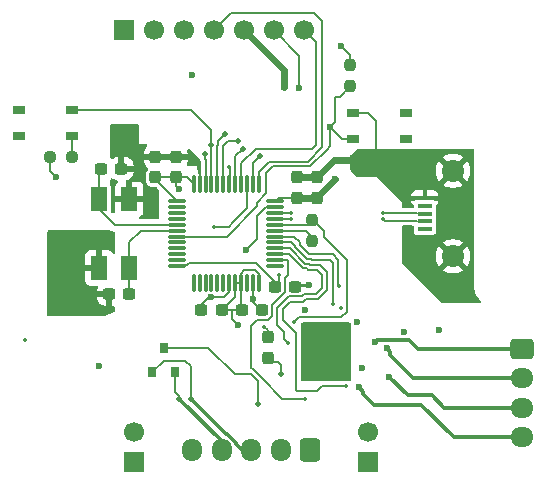
<source format=gbr>
%TF.GenerationSoftware,KiCad,Pcbnew,9.0.2*%
%TF.CreationDate,2025-07-23T20:38:51-05:00*%
%TF.ProjectId,Smart Motor,536d6172-7420-44d6-9f74-6f722e6b6963,rev?*%
%TF.SameCoordinates,Original*%
%TF.FileFunction,Copper,L1,Top*%
%TF.FilePolarity,Positive*%
%FSLAX46Y46*%
G04 Gerber Fmt 4.6, Leading zero omitted, Abs format (unit mm)*
G04 Created by KiCad (PCBNEW 9.0.2) date 2025-07-23 20:38:51*
%MOMM*%
%LPD*%
G01*
G04 APERTURE LIST*
G04 Aperture macros list*
%AMRoundRect*
0 Rectangle with rounded corners*
0 $1 Rounding radius*
0 $2 $3 $4 $5 $6 $7 $8 $9 X,Y pos of 4 corners*
0 Add a 4 corners polygon primitive as box body*
4,1,4,$2,$3,$4,$5,$6,$7,$8,$9,$2,$3,0*
0 Add four circle primitives for the rounded corners*
1,1,$1+$1,$2,$3*
1,1,$1+$1,$4,$5*
1,1,$1+$1,$6,$7*
1,1,$1+$1,$8,$9*
0 Add four rect primitives between the rounded corners*
20,1,$1+$1,$2,$3,$4,$5,0*
20,1,$1+$1,$4,$5,$6,$7,0*
20,1,$1+$1,$6,$7,$8,$9,0*
20,1,$1+$1,$8,$9,$2,$3,0*%
G04 Aperture macros list end*
%TA.AperFunction,SMDPad,CuDef*%
%ADD10R,1.300000X0.400000*%
%TD*%
%TA.AperFunction,ComponentPad*%
%ADD11C,1.875000*%
%TD*%
%TA.AperFunction,SMDPad,CuDef*%
%ADD12RoundRect,0.237500X-0.300000X-0.237500X0.300000X-0.237500X0.300000X0.237500X-0.300000X0.237500X0*%
%TD*%
%TA.AperFunction,SMDPad,CuDef*%
%ADD13RoundRect,0.237500X0.300000X0.237500X-0.300000X0.237500X-0.300000X-0.237500X0.300000X-0.237500X0*%
%TD*%
%TA.AperFunction,SMDPad,CuDef*%
%ADD14R,1.000000X0.750000*%
%TD*%
%TA.AperFunction,SMDPad,CuDef*%
%ADD15RoundRect,0.237500X0.250000X0.237500X-0.250000X0.237500X-0.250000X-0.237500X0.250000X-0.237500X0*%
%TD*%
%TA.AperFunction,ComponentPad*%
%ADD16R,1.700000X1.700000*%
%TD*%
%TA.AperFunction,ComponentPad*%
%ADD17C,1.700000*%
%TD*%
%TA.AperFunction,SMDPad,CuDef*%
%ADD18RoundRect,0.237500X0.237500X-0.300000X0.237500X0.300000X-0.237500X0.300000X-0.237500X-0.300000X0*%
%TD*%
%TA.AperFunction,SMDPad,CuDef*%
%ADD19RoundRect,0.075000X-0.662500X-0.075000X0.662500X-0.075000X0.662500X0.075000X-0.662500X0.075000X0*%
%TD*%
%TA.AperFunction,SMDPad,CuDef*%
%ADD20RoundRect,0.075000X-0.075000X-0.662500X0.075000X-0.662500X0.075000X0.662500X-0.075000X0.662500X0*%
%TD*%
%TA.AperFunction,SMDPad,CuDef*%
%ADD21RoundRect,0.237500X-0.237500X0.250000X-0.237500X-0.250000X0.237500X-0.250000X0.237500X0.250000X0*%
%TD*%
%TA.AperFunction,ComponentPad*%
%ADD22RoundRect,0.250000X0.600000X0.725000X-0.600000X0.725000X-0.600000X-0.725000X0.600000X-0.725000X0*%
%TD*%
%TA.AperFunction,ComponentPad*%
%ADD23O,1.700000X1.950000*%
%TD*%
%TA.AperFunction,SMDPad,CuDef*%
%ADD24R,1.400000X2.000000*%
%TD*%
%TA.AperFunction,ComponentPad*%
%ADD25RoundRect,0.250000X-0.725000X0.600000X-0.725000X-0.600000X0.725000X-0.600000X0.725000X0.600000X0*%
%TD*%
%TA.AperFunction,ComponentPad*%
%ADD26O,1.950000X1.700000*%
%TD*%
%TA.AperFunction,SMDPad,CuDef*%
%ADD27R,0.800000X0.900000*%
%TD*%
%TA.AperFunction,SMDPad,CuDef*%
%ADD28RoundRect,0.237500X0.237500X-0.250000X0.237500X0.250000X-0.237500X0.250000X-0.237500X-0.250000X0*%
%TD*%
%TA.AperFunction,HeatsinkPad*%
%ADD29C,0.500000*%
%TD*%
%TA.AperFunction,ComponentPad*%
%ADD30C,0.500000*%
%TD*%
%TA.AperFunction,ViaPad*%
%ADD31C,0.600000*%
%TD*%
%TA.AperFunction,ViaPad*%
%ADD32C,0.350000*%
%TD*%
%TA.AperFunction,ViaPad*%
%ADD33C,0.500000*%
%TD*%
%TA.AperFunction,Conductor*%
%ADD34C,0.200000*%
%TD*%
%TA.AperFunction,Conductor*%
%ADD35C,0.250000*%
%TD*%
%TA.AperFunction,Conductor*%
%ADD36C,0.600000*%
%TD*%
%TA.AperFunction,Conductor*%
%ADD37C,0.300000*%
%TD*%
G04 APERTURE END LIST*
D10*
%TO.P,J4,1,1*%
%TO.N,unconnected-(J4-Pad1)*%
X157320000Y-124600000D03*
%TO.P,J4,2,2*%
%TO.N,USB_D-*%
X157320000Y-123950000D03*
%TO.P,J4,3,3*%
%TO.N,USB_D+*%
X157320000Y-123300000D03*
%TO.P,J4,4,4*%
%TO.N,unconnected-(J4-Pad4)*%
X157320000Y-122650000D03*
%TO.P,J4,5,5*%
%TO.N,GND*%
X157320000Y-122000000D03*
D11*
%TO.P,J4,MH1,MH1*%
X159700000Y-126910000D03*
%TO.P,J4,MH2,MH2*%
X159700000Y-119690000D03*
%TD*%
D12*
%TO.P,C25,1*%
%TO.N,OSC_IN*%
X129887500Y-119500000D03*
%TO.P,C25,2*%
%TO.N,GND*%
X131612500Y-119500000D03*
%TD*%
%TO.P,C20,1*%
%TO.N,+3.3V*%
X141800000Y-131500000D03*
%TO.P,C20,2*%
%TO.N,GND*%
X143525000Y-131500000D03*
%TD*%
D13*
%TO.P,C26,1*%
%TO.N,OSC_OUT*%
X132300000Y-130150000D03*
%TO.P,C26,2*%
%TO.N,GND*%
X130575000Y-130150000D03*
%TD*%
%TO.P,C22,1*%
%TO.N,+3.3V*%
X140112500Y-131500000D03*
%TO.P,C22,2*%
%TO.N,GND*%
X138387500Y-131500000D03*
%TD*%
D14*
%TO.P,S2,1*%
%TO.N,NRST*%
X151202500Y-116975000D03*
%TO.P,S2,2*%
%TO.N,unconnected-(S2-Pad2)*%
X155702500Y-116975000D03*
%TO.P,S2,3*%
%TO.N,GND*%
X151202500Y-114825000D03*
%TO.P,S2,4*%
%TO.N,unconnected-(S2-Pad4)*%
X155702500Y-114825000D03*
%TD*%
D15*
%TO.P,R12,1*%
%TO.N,Net-(R12-Pad1)*%
X127400000Y-118500000D03*
%TO.P,R12,2*%
%TO.N,GND*%
X125575000Y-118500000D03*
%TD*%
D16*
%TO.P,J2,1,Pin_1*%
%TO.N,CAN_H*%
X132700000Y-144375000D03*
D17*
%TO.P,J2,2,Pin_2*%
%TO.N,Net-(J2-Pin_2)*%
X132700000Y-141835000D03*
%TD*%
D14*
%TO.P,S1,1*%
%TO.N,MCU_CANRX*%
X127447500Y-114575000D03*
%TO.P,S1,2*%
%TO.N,unconnected-(S1-Pad2)*%
X122947500Y-114575000D03*
%TO.P,S1,3*%
%TO.N,Net-(R12-Pad1)*%
X127447500Y-116725000D03*
%TO.P,S1,4*%
%TO.N,unconnected-(S1-Pad4)*%
X122947500Y-116725000D03*
%TD*%
D18*
%TO.P,C19,1*%
%TO.N,+3.3V*%
X146450000Y-121962500D03*
%TO.P,C19,2*%
%TO.N,GND*%
X146450000Y-120237500D03*
%TD*%
D19*
%TO.P,U5,1,VBAT*%
%TO.N,+3.3V*%
X136337500Y-122250000D03*
%TO.P,U5,2,PC13*%
%TO.N,unconnected-(U5-PC13-Pad2)*%
X136337500Y-122750000D03*
%TO.P,U5,3,PC14*%
%TO.N,unconnected-(U5-PC14-Pad3)*%
X136337500Y-123250000D03*
%TO.P,U5,4,PC15*%
%TO.N,unconnected-(U5-PC15-Pad4)*%
X136337500Y-123750000D03*
%TO.P,U5,5,PF0*%
%TO.N,OSC_IN*%
X136337500Y-124250000D03*
%TO.P,U5,6,PF1*%
%TO.N,OSC_OUT*%
X136337500Y-124750000D03*
%TO.P,U5,7,PG10*%
%TO.N,NRST*%
X136337500Y-125250000D03*
%TO.P,U5,8,PA0*%
%TO.N,unconnected-(U5-PA0-Pad8)*%
X136337500Y-125750000D03*
%TO.P,U5,9,PA1*%
%TO.N,unconnected-(U5-PA1-Pad9)*%
X136337500Y-126250000D03*
%TO.P,U5,10,PA2*%
%TO.N,unconnected-(U5-PA2-Pad10)*%
X136337500Y-126750000D03*
%TO.P,U5,11,PA3*%
%TO.N,unconnected-(U5-PA3-Pad11)*%
X136337500Y-127250000D03*
%TO.P,U5,12,PA4*%
%TO.N,DAC*%
X136337500Y-127750000D03*
D20*
%TO.P,U5,13,PA5*%
%TO.N,unconnected-(U5-PA5-Pad13)*%
X137750000Y-129162500D03*
%TO.P,U5,14,PA6*%
%TO.N,unconnected-(U5-PA6-Pad14)*%
X138250000Y-129162500D03*
%TO.P,U5,15,PA7*%
%TO.N,unconnected-(U5-PA7-Pad15)*%
X138750000Y-129162500D03*
%TO.P,U5,16,PB0*%
%TO.N,unconnected-(U5-PB0-Pad16)*%
X139250000Y-129162500D03*
%TO.P,U5,17,PB1*%
%TO.N,unconnected-(U5-PB1-Pad17)*%
X139750000Y-129162500D03*
%TO.P,U5,18,PB2*%
%TO.N,unconnected-(U5-PB2-Pad18)*%
X140250000Y-129162500D03*
%TO.P,U5,19,VSSA*%
%TO.N,GND*%
X140750000Y-129162500D03*
%TO.P,U5,20,VREF+*%
%TO.N,+3.3V*%
X141250000Y-129162500D03*
%TO.P,U5,21,VDDA*%
X141750000Y-129162500D03*
%TO.P,U5,22,PB10*%
%TO.N,unconnected-(U5-PB10-Pad22)*%
X142250000Y-129162500D03*
%TO.P,U5,23,VSS*%
%TO.N,GND*%
X142750000Y-129162500D03*
%TO.P,U5,24,VDD*%
%TO.N,+3.3V*%
X143250000Y-129162500D03*
D19*
%TO.P,U5,25,PB11*%
%TO.N,unconnected-(U5-PB11-Pad25)*%
X144662500Y-127750000D03*
%TO.P,U5,26,PB12*%
%TO.N,SPREAD*%
X144662500Y-127250000D03*
%TO.P,U5,27,PB13*%
%TO.N,DIAG*%
X144662500Y-126750000D03*
%TO.P,U5,28,PB14*%
%TO.N,ENABLE*%
X144662500Y-126250000D03*
%TO.P,U5,29,PB15*%
%TO.N,DIR*%
X144662500Y-125750000D03*
%TO.P,U5,30,PA8*%
%TO.N,STEP*%
X144662500Y-125250000D03*
%TO.P,U5,31,PA9*%
%TO.N,TX*%
X144662500Y-124750000D03*
%TO.P,U5,32,PA10*%
%TO.N,RX*%
X144662500Y-124250000D03*
%TO.P,U5,33,PA11*%
%TO.N,USB_D-*%
X144662500Y-123750000D03*
%TO.P,U5,34,PA12*%
%TO.N,USB_D+*%
X144662500Y-123250000D03*
%TO.P,U5,35,VSS*%
%TO.N,GND*%
X144662500Y-122750000D03*
%TO.P,U5,36,VDD*%
%TO.N,+3.3V*%
X144662500Y-122250000D03*
D20*
%TO.P,U5,37,PA13*%
%TO.N,SWDIO*%
X143250000Y-120837500D03*
%TO.P,U5,38,PA14*%
%TO.N,SWCLK*%
X142750000Y-120837500D03*
%TO.P,U5,39,PA15*%
%TO.N,AS_SCL*%
X142250000Y-120837500D03*
%TO.P,U5,40,PB3*%
%TO.N,SWO*%
X141750000Y-120837500D03*
%TO.P,U5,41,PB4*%
%TO.N,AS_PGO*%
X141250000Y-120837500D03*
%TO.P,U5,42,PB5*%
%TO.N,AS_DIR*%
X140750000Y-120837500D03*
%TO.P,U5,43,PB6*%
%TO.N,AS_OUT*%
X140250000Y-120837500D03*
%TO.P,U5,44,PB7*%
%TO.N,AS_SDA*%
X139750000Y-120837500D03*
%TO.P,U5,45,PB8*%
%TO.N,MCU_CANRX*%
X139250000Y-120837500D03*
%TO.P,U5,46,PB9*%
%TO.N,MCU_CANTX*%
X138750000Y-120837500D03*
%TO.P,U5,47,VSS*%
%TO.N,GND*%
X138250000Y-120837500D03*
%TO.P,U5,48,VDD*%
%TO.N,+3.3V*%
X137750000Y-120837500D03*
%TD*%
D13*
%TO.P,C10,1*%
%TO.N,GND*%
X146362500Y-129500000D03*
%TO.P,C10,2*%
%TO.N,DAC*%
X144637500Y-129500000D03*
%TD*%
D21*
%TO.P,R11,1*%
%TO.N,+3.3V*%
X151000000Y-110700000D03*
%TO.P,R11,2*%
%TO.N,NRST*%
X151000000Y-112525000D03*
%TD*%
D18*
%TO.P,C23,1*%
%TO.N,+3.3V*%
X134500000Y-120225000D03*
%TO.P,C23,2*%
%TO.N,GND*%
X134500000Y-118500000D03*
%TD*%
%TO.P,C21,1*%
%TO.N,+3.3V*%
X148200000Y-121962500D03*
%TO.P,C21,2*%
%TO.N,GND*%
X148200000Y-120237500D03*
%TD*%
%TO.P,C9,1*%
%TO.N,Net-(U2-5VOUT)*%
X144000000Y-135512500D03*
%TO.P,C9,2*%
%TO.N,GND*%
X144000000Y-133787500D03*
%TD*%
D22*
%TO.P,J5,1,Pin_1*%
%TO.N,+3.3V*%
X147600000Y-143325000D03*
D23*
%TO.P,J5,2,Pin_2*%
%TO.N,+24V*%
X145100000Y-143325000D03*
%TO.P,J5,3,Pin_3*%
%TO.N,CAN_L*%
X142600000Y-143325000D03*
%TO.P,J5,4,Pin_4*%
%TO.N,CAN_H*%
X140100000Y-143325000D03*
%TO.P,J5,5,Pin_5*%
%TO.N,GND*%
X137600000Y-143325000D03*
%TD*%
D16*
%TO.P,J6,1,Pin_1*%
%TO.N,+3.3V*%
X131840000Y-107800000D03*
D17*
%TO.P,J6,2,Pin_2*%
%TO.N,SWCLK*%
X134380000Y-107800000D03*
%TO.P,J6,3,Pin_3*%
%TO.N,GND*%
X136920000Y-107800000D03*
%TO.P,J6,4,Pin_4*%
%TO.N,SWDIO*%
X139460000Y-107800000D03*
%TO.P,J6,5,Pin_5*%
%TO.N,GND*%
X142000000Y-107800000D03*
%TO.P,J6,6,Pin_6*%
%TO.N,NRST*%
X144540000Y-107800000D03*
%TO.P,J6,7,Pin_7*%
%TO.N,SWO*%
X147080000Y-107800000D03*
%TD*%
D24*
%TO.P,Y1,1*%
%TO.N,OSC_IN*%
X129730000Y-122100000D03*
%TO.P,Y1,2,GND*%
%TO.N,GND*%
X129730000Y-127900000D03*
%TO.P,Y1,3*%
%TO.N,OSC_OUT*%
X132270000Y-127900000D03*
%TO.P,Y1,4,GND__1*%
%TO.N,GND*%
X132270000Y-122100000D03*
%TD*%
D18*
%TO.P,C24,1*%
%TO.N,+3.3V*%
X136250000Y-120225000D03*
%TO.P,C24,2*%
%TO.N,GND*%
X136250000Y-118500000D03*
%TD*%
D25*
%TO.P,J1,1,Pin_1*%
%TO.N,/OA1*%
X165525000Y-134750000D03*
D26*
%TO.P,J1,2,Pin_2*%
%TO.N,/OA2*%
X165525000Y-137250000D03*
%TO.P,J1,3,Pin_3*%
%TO.N,/OB1*%
X165525000Y-139750000D03*
%TO.P,J1,4,Pin_4*%
%TO.N,/OB2*%
X165525000Y-142250000D03*
%TD*%
D16*
%TO.P,J3,1,Pin_1*%
%TO.N,CAN_L*%
X152500000Y-144375000D03*
D17*
%TO.P,J3,2,Pin_2*%
%TO.N,Net-(J3-Pin_2)*%
X152500000Y-141835000D03*
%TD*%
D27*
%TO.P,D1,1,1*%
%TO.N,CAN_L*%
X134250000Y-136750000D03*
%TO.P,D1,2,2*%
%TO.N,CAN_H*%
X136150000Y-136750000D03*
%TO.P,D1,3,3*%
%TO.N,Net-(C14-Pad2)*%
X135200000Y-134650000D03*
%TD*%
D28*
%TO.P,R1,1*%
%TO.N,TX*%
X147750000Y-125662500D03*
%TO.P,R1,2*%
%TO.N,RX*%
X147750000Y-123837500D03*
%TD*%
D29*
%TO.P,U2,29,GND*%
%TO.N,GND*%
X147600000Y-136000000D03*
D30*
X148600000Y-136000000D03*
D29*
X149600000Y-136000000D03*
X150600000Y-136000000D03*
X147600000Y-135000000D03*
X148600000Y-135000000D03*
X149600000Y-135000000D03*
X150600000Y-135000000D03*
X147600000Y-134000000D03*
X148600000Y-134000000D03*
X149600000Y-134000000D03*
X150600000Y-134000000D03*
X147600000Y-133000000D03*
X148600000Y-133000000D03*
X149600000Y-133000000D03*
X150600000Y-133000000D03*
%TD*%
D31*
%TO.N,+3.3V*%
X150200000Y-109100000D03*
%TO.N,GND*%
X145352500Y-112625000D03*
X126100000Y-120200000D03*
D32*
%TO.N,USB_D+*%
X153750000Y-123250000D03*
%TO.N,USB_D-*%
X153750000Y-123800003D03*
D31*
%TO.N,GND*%
X142200000Y-126400000D03*
X133000000Y-118500000D03*
D33*
X151500000Y-118791871D03*
D31*
X139200000Y-130400000D03*
X130000000Y-131300000D03*
D32*
X143725000Y-132875000D03*
D31*
X147500000Y-129350000D03*
X129700000Y-136200000D03*
X155525000Y-133300000D03*
X126200000Y-128000000D03*
X142750000Y-130500000D03*
X160400000Y-129700000D03*
%TO.N,+3.3V*%
X147200000Y-131500000D03*
D32*
X150200000Y-131300000D03*
X123500000Y-134000000D03*
D31*
X149700000Y-120400000D03*
X136500000Y-121250000D03*
X141500000Y-132750000D03*
X137600000Y-111600000D03*
%TO.N,+24V*%
X158475000Y-133200000D03*
X152000000Y-136400000D03*
X151600000Y-132500000D03*
D33*
%TO.N,Net-(U2-5VOUT)*%
X145100000Y-136900000D03*
D32*
%TO.N,DAC*%
X145000000Y-128500000D03*
D33*
%TO.N,Net-(C14-Pad2)*%
X143183619Y-139408613D03*
%TO.N,CAN_H*%
X136500000Y-139000000D03*
%TO.N,CAN_L*%
X137500000Y-139000000D03*
%TO.N,SWCLK*%
X143400000Y-118400000D03*
D31*
%TO.N,NRST*%
X149300000Y-116000000D03*
X146700000Y-112700000D03*
D32*
%TO.N,USB_D-*%
X146021069Y-123775000D03*
%TO.N,USB_D+*%
X146021069Y-123225000D03*
%TO.N,RX*%
X146250000Y-132500000D03*
%TO.N,AS_SCL*%
X139500000Y-124400000D03*
D33*
%TO.N,AS_SDA*%
X140400000Y-116600000D03*
%TO.N,MCU_CANTX*%
X138700000Y-118300000D03*
%TO.N,MCU_CANRX*%
X139200000Y-117500000D03*
%TO.N,AS_OUT*%
X141500000Y-117200000D03*
D32*
%TO.N,AS_DIR*%
X140767933Y-119344292D03*
D33*
%TO.N,AS_PGO*%
X141900000Y-117800000D03*
D32*
%TO.N,DIAG*%
X145750000Y-134250000D03*
%TO.N,STEP*%
X150031801Y-129450000D03*
%TO.N,SPREAD*%
X147200000Y-139000000D03*
%TO.N,DIR*%
X149500000Y-131000000D03*
%TO.N,ENABLE*%
X150650044Y-137898957D03*
D31*
%TO.N,/OB1*%
X154300000Y-137100000D03*
%TO.N,/OB2*%
X151700000Y-138000000D03*
%TO.N,/OA1*%
X153076338Y-134216344D03*
%TO.N,/OA2*%
X154100000Y-134650000D03*
%TD*%
D34*
%TO.N,OSC_OUT*%
X132270000Y-130120000D02*
X132300000Y-130150000D01*
X132270000Y-127900000D02*
X132270000Y-130120000D01*
%TO.N,+3.3V*%
X151000000Y-109900000D02*
X150200000Y-109100000D01*
X151000000Y-110700000D02*
X151000000Y-109900000D01*
%TO.N,GND*%
X153150000Y-115450000D02*
X153150000Y-118350000D01*
X152525000Y-114825000D02*
X153150000Y-115450000D01*
X153150000Y-118350000D02*
X152708129Y-118791871D01*
X151202500Y-114825000D02*
X152525000Y-114825000D01*
X152708129Y-118791871D02*
X151500000Y-118791871D01*
%TO.N,NRST*%
X150275000Y-116975000D02*
X151202500Y-116975000D01*
X149300000Y-116000000D02*
X150275000Y-116975000D01*
X150125000Y-113400000D02*
X151000000Y-112525000D01*
X149750000Y-115550000D02*
X149750000Y-113400000D01*
X149750000Y-113400000D02*
X150125000Y-113400000D01*
X149300000Y-116000000D02*
X149750000Y-115550000D01*
X146700000Y-109960000D02*
X144540000Y-107800000D01*
X146700000Y-112700000D02*
X146700000Y-109960000D01*
X146625000Y-112625000D02*
X146700000Y-112700000D01*
%TO.N,GND*%
X125575000Y-119675000D02*
X126100000Y-120200000D01*
X125575000Y-118500000D02*
X125575000Y-119675000D01*
%TO.N,MCU_CANRX*%
X137525000Y-114575000D02*
X127447500Y-114575000D01*
X139200000Y-116250000D02*
X137525000Y-114575000D01*
X139200000Y-117500000D02*
X139200000Y-116250000D01*
%TO.N,Net-(R12-Pad1)*%
X127400000Y-116772500D02*
X127447500Y-116725000D01*
X127400000Y-118500000D02*
X127400000Y-116772500D01*
%TO.N,GND*%
X143725000Y-132875000D02*
X144000000Y-133150000D01*
X144000000Y-133150000D02*
X144000000Y-133787500D01*
%TO.N,USB_D-*%
X153823785Y-123800003D02*
X153923782Y-123900000D01*
X153750000Y-123800003D02*
X153823785Y-123800003D01*
X153923782Y-123900000D02*
X156620000Y-123900000D01*
%TO.N,USB_D+*%
X153750000Y-123250000D02*
X156620000Y-123250000D01*
D35*
%TO.N,GND*%
X146512500Y-129350000D02*
X146362500Y-129500000D01*
D34*
X138387500Y-131012500D02*
X138387500Y-131500000D01*
X143100000Y-123541176D02*
X143100000Y-125500000D01*
D35*
X147500000Y-129350000D02*
X146512500Y-129350000D01*
D34*
X142750000Y-130775000D02*
X143475000Y-131500000D01*
X138250000Y-119250000D02*
X137500000Y-118500000D01*
X144662500Y-122750000D02*
X143891176Y-122750000D01*
X139200000Y-130400000D02*
X140283824Y-130400000D01*
X143891176Y-122750000D02*
X143100000Y-123541176D01*
X142750000Y-130500000D02*
X142750000Y-129162500D01*
D36*
X145352500Y-111152500D02*
X142000000Y-107800000D01*
X146450000Y-120237500D02*
X148200000Y-120237500D01*
D34*
X140283824Y-130400000D02*
X140750000Y-129933824D01*
D36*
X145352500Y-112625000D02*
X145352500Y-111152500D01*
X148200000Y-120237500D02*
X149645629Y-118791871D01*
D34*
X138250000Y-120837500D02*
X138250000Y-119250000D01*
X140750000Y-129933824D02*
X140750000Y-129162500D01*
X139000000Y-130400000D02*
X138387500Y-131012500D01*
X142750000Y-130500000D02*
X142750000Y-130775000D01*
X143100000Y-125500000D02*
X142200000Y-126400000D01*
D36*
X149645629Y-118791871D02*
X151500000Y-118791871D01*
D34*
X144200000Y-134137500D02*
X144200000Y-133500000D01*
X137500000Y-118500000D02*
X136250000Y-118500000D01*
X139200000Y-130400000D02*
X139000000Y-130400000D01*
%TO.N,+3.3V*%
X146450000Y-121962500D02*
X144950000Y-121962500D01*
X142041176Y-128100000D02*
X141750000Y-128391176D01*
X142958824Y-128100000D02*
X142041176Y-128100000D01*
X144950000Y-121962500D02*
X144662500Y-122250000D01*
X140612500Y-131500000D02*
X141500000Y-131500000D01*
X136250000Y-120225000D02*
X136250000Y-121000000D01*
D36*
X148200000Y-121900000D02*
X149700000Y-120400000D01*
X146450000Y-121962500D02*
X148200000Y-121962500D01*
D34*
X140112500Y-131500000D02*
X140250000Y-131500000D01*
X136250000Y-120225000D02*
X137137500Y-120225000D01*
X143250000Y-129162500D02*
X143250000Y-128391176D01*
X134500000Y-120225000D02*
X134500000Y-120412500D01*
X141000000Y-131500000D02*
X141000000Y-132250000D01*
X134500000Y-120412500D02*
X136337500Y-122250000D01*
X141750000Y-129162500D02*
X141250000Y-129162500D01*
X134500000Y-120225000D02*
X136250000Y-120225000D01*
X143250000Y-128391176D02*
X142958824Y-128100000D01*
X141750000Y-131500000D02*
X141750000Y-129162500D01*
X137137500Y-120225000D02*
X137750000Y-120837500D01*
X141250000Y-130362500D02*
X141250000Y-129162500D01*
X136250000Y-121000000D02*
X136500000Y-121250000D01*
X141750000Y-128391176D02*
X141750000Y-129162500D01*
D36*
X148200000Y-121962500D02*
X148200000Y-121900000D01*
D34*
X141000000Y-132250000D02*
X141500000Y-132750000D01*
X140112500Y-131500000D02*
X141250000Y-130362500D01*
%TO.N,Net-(U2-5VOUT)*%
X145100000Y-136900000D02*
X145100000Y-136100000D01*
D37*
X145150000Y-136900000D02*
X145100000Y-136900000D01*
D34*
X144862500Y-135862500D02*
X144200000Y-135862500D01*
X145100000Y-136100000D02*
X144862500Y-135862500D01*
%TO.N,DAC*%
X137157824Y-127701000D02*
X136386500Y-127701000D01*
X144637500Y-129137500D02*
X143000000Y-127500000D01*
X145000000Y-129137500D02*
X144637500Y-129500000D01*
X145000000Y-128500000D02*
X145000000Y-129137500D01*
X137358824Y-127500000D02*
X137157824Y-127701000D01*
X144637500Y-129500000D02*
X144637500Y-129137500D01*
X136386500Y-127701000D02*
X136337500Y-127750000D01*
X143000000Y-127500000D02*
X137358824Y-127500000D01*
%TO.N,Net-(C14-Pad2)*%
X143183619Y-137483619D02*
X142600000Y-136900000D01*
X138950000Y-134650000D02*
X135200000Y-134650000D01*
X142600000Y-136900000D02*
X141200000Y-136900000D01*
X143183619Y-139408613D02*
X143183619Y-137483619D01*
X141200000Y-136900000D02*
X138950000Y-134650000D01*
D37*
%TO.N,CAN_H*%
X140100000Y-142600000D02*
X136500000Y-139000000D01*
X140100000Y-143325000D02*
X140100000Y-142600000D01*
D34*
X136500000Y-139000000D02*
X136500000Y-138750000D01*
X136500000Y-138750000D02*
X136150000Y-138400000D01*
X136150000Y-138400000D02*
X136150000Y-136750000D01*
%TO.N,CAN_L*%
X137500000Y-139000000D02*
X137500000Y-136250000D01*
D37*
X140499000Y-141999000D02*
X137500000Y-139000000D01*
D34*
X137500000Y-136250000D02*
X137000000Y-135750000D01*
D37*
X140597470Y-141999000D02*
X140499000Y-141999000D01*
X141825000Y-143325000D02*
X141301000Y-142801000D01*
X142600000Y-143325000D02*
X141825000Y-143325000D01*
D34*
X135250000Y-135750000D02*
X134250000Y-136750000D01*
D37*
X141301000Y-142702530D02*
X140597470Y-141999000D01*
X141301000Y-142801000D02*
X141301000Y-142702530D01*
D34*
X137000000Y-135750000D02*
X135250000Y-135750000D01*
%TO.N,OSC_IN*%
X129730000Y-122100000D02*
X129730000Y-119657500D01*
X129730000Y-122930000D02*
X131050000Y-124250000D01*
X131050000Y-124250000D02*
X136337500Y-124250000D01*
X129730000Y-122100000D02*
X129730000Y-122930000D01*
X129730000Y-119657500D02*
X129887500Y-119500000D01*
%TO.N,OSC_OUT*%
X132270000Y-125730000D02*
X133250000Y-124750000D01*
X133250000Y-124750000D02*
X136337500Y-124750000D01*
X132270000Y-127900000D02*
X132270000Y-125730000D01*
%TO.N,SWCLK*%
X142750000Y-119050000D02*
X143400000Y-118400000D01*
X142750000Y-120837500D02*
X142750000Y-119050000D01*
%TO.N,SWDIO*%
X147900000Y-106300000D02*
X140900000Y-106300000D01*
X143250000Y-119750000D02*
X144100000Y-118900000D01*
X143250000Y-120837500D02*
X143250000Y-119750000D01*
X140900000Y-106300000D02*
X140900000Y-106360000D01*
X140900000Y-106360000D02*
X139460000Y-107800000D01*
X148600000Y-117700000D02*
X148600000Y-107000000D01*
X144100000Y-118900000D02*
X147400000Y-118900000D01*
X147400000Y-118900000D02*
X148600000Y-117700000D01*
X148600000Y-107000000D02*
X147900000Y-106300000D01*
%TO.N,SWO*%
X141750000Y-120837500D02*
X141750000Y-119050000D01*
X148100000Y-117500000D02*
X148100000Y-108820000D01*
X147800000Y-117800000D02*
X148100000Y-117500000D01*
X141750000Y-119050000D02*
X143000000Y-117800000D01*
X143000000Y-117800000D02*
X147800000Y-117800000D01*
X148100000Y-108820000D02*
X147080000Y-107800000D01*
%TO.N,NRST*%
X145000000Y-119300000D02*
X147600000Y-119300000D01*
X144500000Y-119300000D02*
X145000000Y-119300000D01*
X143900000Y-119900000D02*
X144500000Y-119300000D01*
X143100000Y-122700000D02*
X143100000Y-122400000D01*
X136337500Y-125250000D02*
X140550000Y-125250000D01*
X143100000Y-122400000D02*
X143900000Y-121600000D01*
X147600000Y-119300000D02*
X149000000Y-117900000D01*
X140550000Y-125250000D02*
X143100000Y-122700000D01*
X143900000Y-121600000D02*
X143900000Y-119900000D01*
X149300000Y-117600000D02*
X149300000Y-116000000D01*
X149000000Y-117900000D02*
X149300000Y-117600000D01*
%TO.N,USB_D-*%
X144687499Y-123725001D02*
X145971070Y-123725001D01*
X146021069Y-123775000D02*
X146071069Y-123725000D01*
X145971070Y-123725001D02*
X146021069Y-123775000D01*
X144662500Y-123750000D02*
X144687499Y-123725001D01*
%TO.N,USB_D+*%
X144662500Y-123250000D02*
X144687499Y-123274999D01*
X146021069Y-123225000D02*
X146071069Y-123275000D01*
X145971070Y-123274999D02*
X146021069Y-123225000D01*
X144687499Y-123274999D02*
X145971070Y-123274999D01*
%TO.N,TX*%
X147250000Y-124750000D02*
X147750000Y-125250000D01*
X144662500Y-124750000D02*
X147250000Y-124750000D01*
X147750000Y-125250000D02*
X147750000Y-125662500D01*
%TO.N,RX*%
X146650000Y-132100000D02*
X150257143Y-132100000D01*
X150700000Y-131657143D02*
X150700000Y-127200000D01*
X148750000Y-124750000D02*
X147837500Y-123837500D01*
X147837500Y-123837500D02*
X147750000Y-123837500D01*
X146250000Y-132500000D02*
X146650000Y-132100000D01*
X150257143Y-132100000D02*
X150700000Y-131657143D01*
X150700000Y-127200000D02*
X148750000Y-125250000D01*
X144662500Y-124250000D02*
X147337500Y-124250000D01*
X147337500Y-124250000D02*
X147750000Y-123837500D01*
X148750000Y-125250000D02*
X148750000Y-124750000D01*
%TO.N,AS_SCL*%
X142250000Y-122850000D02*
X141100000Y-124000000D01*
X142250000Y-120837500D02*
X142250000Y-122850000D01*
X140700000Y-124400000D02*
X139500000Y-124400000D01*
X141100000Y-124000000D02*
X140700000Y-124400000D01*
%TO.N,AS_SDA*%
X139750000Y-117550000D02*
X139750000Y-120837500D01*
X139800000Y-117200000D02*
X139800000Y-117500000D01*
X139800000Y-117500000D02*
X139750000Y-117550000D01*
X140400000Y-116600000D02*
X139800000Y-117200000D01*
%TO.N,MCU_CANTX*%
X138700000Y-118300000D02*
X138700000Y-118700000D01*
X138750000Y-118750000D02*
X138750000Y-120837500D01*
X138700000Y-118700000D02*
X138750000Y-118750000D01*
%TO.N,MCU_CANRX*%
X139200000Y-117500000D02*
X139250000Y-117550000D01*
X139250000Y-117550000D02*
X139250000Y-120837500D01*
%TO.N,AS_OUT*%
X141500000Y-117200000D02*
X140650000Y-117200000D01*
X140250000Y-117600000D02*
X140250000Y-120837500D01*
X140650000Y-117200000D02*
X140250000Y-117600000D01*
%TO.N,AS_DIR*%
X140767933Y-119344292D02*
X140800000Y-119376359D01*
X140800000Y-119376359D02*
X140800000Y-120787500D01*
X140800000Y-120787500D02*
X140750000Y-120837500D01*
%TO.N,AS_PGO*%
X141250000Y-118450000D02*
X141250000Y-120837500D01*
X141900000Y-117800000D02*
X141250000Y-118450000D01*
%TO.N,DIAG*%
X145398000Y-133898000D02*
X145398000Y-133330900D01*
X146892134Y-130276000D02*
X147069134Y-130099000D01*
X148599000Y-128500000D02*
X148151000Y-128052000D01*
X147318800Y-127953000D02*
X147001700Y-127953000D01*
X144801000Y-131299000D02*
X145828433Y-130271567D01*
X145832866Y-130276000D02*
X146892134Y-130276000D01*
X148599000Y-129583900D02*
X148599000Y-128500000D01*
X145798700Y-126750000D02*
X144662500Y-126750000D01*
X144801000Y-132733900D02*
X144801000Y-131299000D01*
X145828433Y-130271567D02*
X145832866Y-130276000D01*
X147417800Y-128052000D02*
X147318800Y-127953000D01*
X148151000Y-128052000D02*
X147417800Y-128052000D01*
X148083900Y-130099000D02*
X148599000Y-129583900D01*
X145750000Y-134250000D02*
X145398000Y-133898000D01*
X147069134Y-130099000D02*
X148083900Y-130099000D01*
X145398000Y-133330900D02*
X144801000Y-132733900D01*
X147001700Y-127953000D02*
X145798700Y-126750000D01*
%TO.N,STEP*%
X146750000Y-125750000D02*
X146250000Y-125250000D01*
X147500000Y-126750000D02*
X146750000Y-126000000D01*
X146750000Y-126000000D02*
X146750000Y-125750000D01*
X149500000Y-126750000D02*
X147500000Y-126750000D01*
X150031801Y-129450000D02*
X150000000Y-129418199D01*
X146250000Y-125250000D02*
X144662500Y-125250000D01*
X150000000Y-129418199D02*
X150000000Y-127250000D01*
X150000000Y-127250000D02*
X149500000Y-126750000D01*
%TO.N,SPREAD*%
X145500000Y-128750000D02*
X145750000Y-128500000D01*
X145000000Y-130443134D02*
X145500000Y-129943134D01*
X143124000Y-132276000D02*
X144054634Y-132276000D01*
X145250000Y-139000000D02*
X143584619Y-137334619D01*
X142766100Y-136499000D02*
X142749000Y-136499000D01*
X144054634Y-132276000D02*
X144363500Y-131967134D01*
X143584619Y-137317519D02*
X142766100Y-136499000D01*
X145750000Y-128500000D02*
X145750000Y-127268400D01*
X144363500Y-131036500D02*
X144956866Y-130443134D01*
X145731600Y-127250000D02*
X144662500Y-127250000D01*
X147200000Y-139000000D02*
X145250000Y-139000000D01*
X143584619Y-137334619D02*
X143584619Y-137317519D01*
X142600000Y-136350000D02*
X142600000Y-132800000D01*
X142600000Y-132800000D02*
X143124000Y-132276000D01*
X144956866Y-130443134D02*
X145000000Y-130443134D01*
X145750000Y-127268400D02*
X145731600Y-127250000D01*
X145500000Y-129943134D02*
X145500000Y-128750000D01*
X142749000Y-136499000D02*
X142600000Y-136350000D01*
X144363500Y-131967134D02*
X144363500Y-131036500D01*
%TO.N,DIR*%
X147750000Y-127250000D02*
X147651000Y-127151000D01*
X146349000Y-126166100D02*
X146349000Y-126083900D01*
X147333900Y-127151000D02*
X146349000Y-126166100D01*
X149500000Y-131000000D02*
X149500000Y-127500000D01*
X146349000Y-126083900D02*
X146015100Y-125750000D01*
X147651000Y-127151000D02*
X147333900Y-127151000D01*
X149500000Y-127500000D02*
X149250000Y-127250000D01*
X146015100Y-125750000D02*
X144662500Y-125750000D01*
X149250000Y-127250000D02*
X147750000Y-127250000D01*
%TO.N,ENABLE*%
X147583900Y-127651000D02*
X147484900Y-127552000D01*
X145883550Y-130783550D02*
X146966450Y-130783550D01*
X149000000Y-128250000D02*
X148401000Y-127651000D01*
X145300000Y-131367100D02*
X145883550Y-130783550D01*
X148200000Y-138300000D02*
X146494366Y-138300000D01*
X146494366Y-138300000D02*
X146411500Y-138217134D01*
X147250000Y-130500000D02*
X148250000Y-130500000D01*
X145948000Y-126332200D02*
X145948000Y-126250000D01*
X148401000Y-127651000D02*
X147583900Y-127651000D01*
X146966450Y-130783550D02*
X147250000Y-130500000D01*
X150650044Y-137898957D02*
X150649001Y-137900000D01*
X145948000Y-126250000D02*
X144662500Y-126250000D01*
X146411500Y-138217134D02*
X146411500Y-133411500D01*
X148600000Y-137900000D02*
X148200000Y-138300000D01*
X145300000Y-132300000D02*
X145300000Y-131367100D01*
X147167800Y-127552000D02*
X145948000Y-126332200D01*
X146411500Y-133411500D02*
X145300000Y-132300000D01*
X147484900Y-127552000D02*
X147167800Y-127552000D01*
X150649001Y-137900000D02*
X148600000Y-137900000D01*
X149000000Y-129750000D02*
X149000000Y-128250000D01*
X148250000Y-130500000D02*
X149000000Y-129750000D01*
D37*
%TO.N,/OB1*%
X154300000Y-137100000D02*
X155900000Y-138700000D01*
X157900000Y-138700000D02*
X158950000Y-139750000D01*
X155900000Y-138700000D02*
X157900000Y-138700000D01*
X158950000Y-139750000D02*
X165525000Y-139750000D01*
%TO.N,/OB2*%
X159750000Y-142250000D02*
X165525000Y-142250000D01*
X152100859Y-138600859D02*
X153000000Y-139500000D01*
X152100859Y-138400859D02*
X152100859Y-138600859D01*
X153000000Y-139500000D02*
X157000000Y-139500000D01*
X151700000Y-138000000D02*
X152100859Y-138400859D01*
X157000000Y-139500000D02*
X159750000Y-142250000D01*
%TO.N,/OA1*%
X153292682Y-134000000D02*
X156000000Y-134000000D01*
X156000000Y-134000000D02*
X156750000Y-134750000D01*
X156750000Y-134750000D02*
X165525000Y-134750000D01*
X153076338Y-134216344D02*
X153292682Y-134000000D01*
%TO.N,/OA2*%
X154100000Y-134700000D02*
X154400000Y-135000000D01*
X154400000Y-135300000D02*
X156350000Y-137250000D01*
X154100000Y-134650000D02*
X154100000Y-134700000D01*
X154400000Y-135000000D02*
X154400000Y-135300000D01*
X156350000Y-137250000D02*
X165525000Y-137250000D01*
%TD*%
%TA.AperFunction,Conductor*%
%TO.N,GND*%
G36*
X130614733Y-124704497D02*
G01*
X130630692Y-124704008D01*
X130663230Y-124717680D01*
X130676271Y-124725507D01*
X130681284Y-124730520D01*
X130768095Y-124780639D01*
X130768996Y-124781159D01*
X130769014Y-124781170D01*
X130798270Y-124798061D01*
X130818215Y-124809577D01*
X130970943Y-124850501D01*
X130970946Y-124850501D01*
X130976000Y-124850501D01*
X131043039Y-124870186D01*
X131088794Y-124922990D01*
X131100000Y-124974501D01*
X131100000Y-126588115D01*
X131080315Y-126655154D01*
X131027511Y-126700909D01*
X130958353Y-126710853D01*
X130894797Y-126681828D01*
X130876734Y-126662426D01*
X130787190Y-126542812D01*
X130787187Y-126542809D01*
X130672093Y-126456649D01*
X130672086Y-126456645D01*
X130537379Y-126406403D01*
X130537372Y-126406401D01*
X130477844Y-126400000D01*
X129980000Y-126400000D01*
X129980000Y-127776000D01*
X129960315Y-127843039D01*
X129907511Y-127888794D01*
X129856000Y-127900000D01*
X129730000Y-127900000D01*
X129730000Y-128026000D01*
X129710315Y-128093039D01*
X129657511Y-128138794D01*
X129606000Y-128150000D01*
X128530000Y-128150000D01*
X128530000Y-128947844D01*
X128536401Y-129007372D01*
X128536403Y-129007379D01*
X128586645Y-129142086D01*
X128586649Y-129142093D01*
X128672809Y-129257187D01*
X128672812Y-129257190D01*
X128787906Y-129343350D01*
X128787913Y-129343354D01*
X128922620Y-129393596D01*
X128922627Y-129393598D01*
X128982155Y-129399999D01*
X128982172Y-129400000D01*
X129502430Y-129400000D01*
X129569469Y-129419685D01*
X129615224Y-129472489D01*
X129625168Y-129541647D01*
X129607968Y-129589098D01*
X129602049Y-129598692D01*
X129602046Y-129598699D01*
X129547819Y-129762347D01*
X129537500Y-129863345D01*
X129537500Y-129900000D01*
X130451000Y-129900000D01*
X130518039Y-129919685D01*
X130563794Y-129972489D01*
X130575000Y-130024000D01*
X130575000Y-130150000D01*
X130701000Y-130150000D01*
X130768039Y-130169685D01*
X130813794Y-130222489D01*
X130825000Y-130274000D01*
X130825000Y-131124999D01*
X130924140Y-131124999D01*
X130924152Y-131124998D01*
X130963397Y-131120989D01*
X131032090Y-131133758D01*
X131082975Y-131181639D01*
X131100000Y-131244347D01*
X131100000Y-131520155D01*
X131080315Y-131587194D01*
X131027511Y-131632949D01*
X131027312Y-131633040D01*
X130244453Y-131988885D01*
X130193141Y-132000000D01*
X125474000Y-132000000D01*
X125406961Y-131980315D01*
X125361206Y-131927511D01*
X125350000Y-131876000D01*
X125350000Y-130436654D01*
X129537501Y-130436654D01*
X129547819Y-130537652D01*
X129602046Y-130701300D01*
X129602051Y-130701311D01*
X129692552Y-130848034D01*
X129692555Y-130848038D01*
X129814461Y-130969944D01*
X129814465Y-130969947D01*
X129961188Y-131060448D01*
X129961199Y-131060453D01*
X130124847Y-131114680D01*
X130225851Y-131124999D01*
X130325000Y-131124998D01*
X130325000Y-130400000D01*
X129537501Y-130400000D01*
X129537501Y-130436654D01*
X125350000Y-130436654D01*
X125350000Y-126852155D01*
X128530000Y-126852155D01*
X128530000Y-127650000D01*
X129480000Y-127650000D01*
X129480000Y-126400000D01*
X128982155Y-126400000D01*
X128922627Y-126406401D01*
X128922620Y-126406403D01*
X128787913Y-126456645D01*
X128787906Y-126456649D01*
X128672812Y-126542809D01*
X128672809Y-126542812D01*
X128586649Y-126657906D01*
X128586645Y-126657913D01*
X128536403Y-126792620D01*
X128536401Y-126792627D01*
X128530000Y-126852155D01*
X125350000Y-126852155D01*
X125350000Y-124824000D01*
X125369685Y-124756961D01*
X125422489Y-124711206D01*
X125474000Y-124700000D01*
X130599418Y-124700000D01*
X130614733Y-124704497D01*
G37*
%TD.AperFunction*%
%TD*%
%TA.AperFunction,Conductor*%
%TO.N,GND*%
G36*
X150861980Y-132502383D02*
G01*
X150921480Y-132514218D01*
X150966175Y-132532730D01*
X151006272Y-132559522D01*
X151012164Y-132565414D01*
X151016896Y-132567474D01*
X151040476Y-132593726D01*
X151067267Y-132633822D01*
X151085781Y-132678517D01*
X151089542Y-132697427D01*
X151097617Y-132738019D01*
X151100000Y-132762210D01*
X151100000Y-137237789D01*
X151097617Y-137261982D01*
X151085781Y-137321482D01*
X151082590Y-137329183D01*
X151082499Y-137334341D01*
X151067267Y-137366179D01*
X151040481Y-137406268D01*
X151006269Y-137440479D01*
X150971975Y-137463394D01*
X150966179Y-137467267D01*
X150921482Y-137485781D01*
X150887857Y-137492469D01*
X150861978Y-137497617D01*
X150837789Y-137500000D01*
X147062211Y-137500000D01*
X147038020Y-137497617D01*
X147023189Y-137494667D01*
X146978518Y-137485781D01*
X146933822Y-137467267D01*
X146893727Y-137440477D01*
X146859522Y-137406272D01*
X146832730Y-137366175D01*
X146814218Y-137321480D01*
X146802383Y-137261980D01*
X146800000Y-137237789D01*
X146800000Y-132762210D01*
X146802383Y-132738019D01*
X146814219Y-132678517D01*
X146832729Y-132633826D01*
X146859524Y-132593724D01*
X146893724Y-132559524D01*
X146933826Y-132532729D01*
X146978514Y-132514219D01*
X147038028Y-132502381D01*
X147062211Y-132500000D01*
X150837789Y-132500000D01*
X150861980Y-132502383D01*
G37*
%TD.AperFunction*%
%TD*%
%TA.AperFunction,Conductor*%
%TO.N,GND*%
G36*
X133043039Y-115719685D02*
G01*
X133088794Y-115772489D01*
X133100000Y-115824000D01*
X133100000Y-117400000D01*
X133720358Y-117400000D01*
X133787397Y-117419685D01*
X133833152Y-117472489D01*
X133843096Y-117541647D01*
X133814071Y-117605203D01*
X133806787Y-117612166D01*
X133807069Y-117612448D01*
X133680055Y-117739461D01*
X133680052Y-117739465D01*
X133589551Y-117886188D01*
X133589546Y-117886199D01*
X133535319Y-118049847D01*
X133525000Y-118150845D01*
X133525000Y-118250000D01*
X137224999Y-118250000D01*
X137224999Y-118150860D01*
X137224998Y-118150845D01*
X137214680Y-118049847D01*
X137197611Y-117998335D01*
X137195209Y-117928507D01*
X137230941Y-117868465D01*
X137293461Y-117837272D01*
X137362920Y-117844832D01*
X137400126Y-117868868D01*
X138261044Y-118675979D01*
X138296488Y-118736191D01*
X138299173Y-118750246D01*
X138299499Y-118752723D01*
X138326793Y-118854588D01*
X138326793Y-118854589D01*
X138332886Y-118865141D01*
X138349500Y-118927142D01*
X138349500Y-119869100D01*
X138343261Y-119890345D01*
X138341682Y-119912434D01*
X138333609Y-119923217D01*
X138329815Y-119936139D01*
X138313081Y-119950638D01*
X138299810Y-119968367D01*
X138287189Y-119973074D01*
X138277011Y-119981894D01*
X138255093Y-119985045D01*
X138234346Y-119992784D01*
X138221185Y-119989921D01*
X138207853Y-119991838D01*
X138187709Y-119982638D01*
X138166073Y-119977932D01*
X138148347Y-119964663D01*
X138144297Y-119962813D01*
X138137819Y-119956781D01*
X138136319Y-119955281D01*
X138102834Y-119893958D01*
X138100000Y-119867600D01*
X138100000Y-119604911D01*
X138083968Y-119590852D01*
X138071144Y-119588852D01*
X138018891Y-119542469D01*
X138000000Y-119476681D01*
X138000000Y-119300000D01*
X137267780Y-119300000D01*
X137200741Y-119280315D01*
X137154986Y-119227511D01*
X137145042Y-119158353D01*
X137158612Y-119120917D01*
X137157399Y-119120351D01*
X137160453Y-119113800D01*
X137214680Y-118950152D01*
X137224999Y-118849154D01*
X137225000Y-118849141D01*
X137225000Y-118750000D01*
X133525001Y-118750000D01*
X133525001Y-118849154D01*
X133535319Y-118950152D01*
X133589546Y-119113800D01*
X133589551Y-119113811D01*
X133680052Y-119260534D01*
X133680055Y-119260538D01*
X133801961Y-119382444D01*
X133801965Y-119382447D01*
X133819824Y-119393463D01*
X133866549Y-119445411D01*
X133877770Y-119514373D01*
X133853531Y-119573926D01*
X133789139Y-119658839D01*
X133734882Y-119796424D01*
X133734882Y-119796425D01*
X133724500Y-119882881D01*
X133724500Y-120567118D01*
X133734882Y-120653574D01*
X133734882Y-120653575D01*
X133789139Y-120791160D01*
X133878499Y-120909000D01*
X133921194Y-120941376D01*
X133996342Y-120998362D01*
X134133923Y-121052617D01*
X134191562Y-121059539D01*
X134220381Y-121063000D01*
X134220382Y-121063000D01*
X134532745Y-121063000D01*
X134562185Y-121071644D01*
X134592172Y-121078168D01*
X134597187Y-121081922D01*
X134599784Y-121082685D01*
X134620426Y-121099319D01*
X134763681Y-121242574D01*
X134797166Y-121303897D01*
X134800000Y-121330255D01*
X134800000Y-123676000D01*
X134780315Y-123743039D01*
X134727511Y-123788794D01*
X134676000Y-123800000D01*
X133211278Y-123800000D01*
X133144239Y-123780315D01*
X133098484Y-123727511D01*
X133088540Y-123658353D01*
X133117565Y-123594797D01*
X133167945Y-123559818D01*
X133212086Y-123543354D01*
X133212093Y-123543350D01*
X133327187Y-123457190D01*
X133327190Y-123457187D01*
X133413350Y-123342093D01*
X133413354Y-123342086D01*
X133463596Y-123207379D01*
X133463598Y-123207372D01*
X133469999Y-123147844D01*
X133470000Y-123147827D01*
X133470000Y-122350000D01*
X131070000Y-122350000D01*
X131070000Y-123147838D01*
X131071236Y-123159333D01*
X131058828Y-123228092D01*
X131011216Y-123279228D01*
X130943516Y-123296505D01*
X130877223Y-123274438D01*
X130860265Y-123260265D01*
X130766818Y-123166818D01*
X130733333Y-123105495D01*
X130730499Y-123079146D01*
X130730499Y-121055136D01*
X130730155Y-121052172D01*
X130727586Y-121030014D01*
X130727586Y-121030013D01*
X130727585Y-121030011D01*
X130727585Y-121030009D01*
X130710563Y-120991459D01*
X130700000Y-120941376D01*
X130700000Y-120448388D01*
X130719685Y-120381349D01*
X130772489Y-120335594D01*
X130841647Y-120325650D01*
X130889098Y-120342850D01*
X130998692Y-120410450D01*
X130998699Y-120410453D01*
X131162348Y-120464681D01*
X131217694Y-120470335D01*
X131282386Y-120496731D01*
X131322537Y-120553911D01*
X131325401Y-120623722D01*
X131290067Y-120683999D01*
X131279404Y-120692959D01*
X131212809Y-120742812D01*
X131126649Y-120857906D01*
X131126645Y-120857913D01*
X131076403Y-120992620D01*
X131076401Y-120992627D01*
X131070000Y-121052155D01*
X131070000Y-121850000D01*
X132020000Y-121850000D01*
X132520000Y-121850000D01*
X133470000Y-121850000D01*
X133470000Y-121052172D01*
X133469999Y-121052155D01*
X133463598Y-120992627D01*
X133463596Y-120992620D01*
X133413354Y-120857913D01*
X133413350Y-120857906D01*
X133327190Y-120742812D01*
X133327187Y-120742809D01*
X133212093Y-120656649D01*
X133212086Y-120656645D01*
X133077379Y-120606403D01*
X133077372Y-120606401D01*
X133017844Y-120600000D01*
X132520000Y-120600000D01*
X132520000Y-121850000D01*
X132020000Y-121850000D01*
X132020000Y-120568355D01*
X132026865Y-120544975D01*
X132029502Y-120520751D01*
X132036533Y-120512049D01*
X132039685Y-120501316D01*
X132058098Y-120485360D01*
X132073415Y-120466405D01*
X132088876Y-120458691D01*
X132092489Y-120455561D01*
X132104997Y-120450649D01*
X132164500Y-120430932D01*
X132226298Y-120410454D01*
X132226311Y-120410448D01*
X132373034Y-120319947D01*
X132373038Y-120319944D01*
X132494944Y-120198038D01*
X132494947Y-120198034D01*
X132585448Y-120051311D01*
X132585453Y-120051300D01*
X132639680Y-119887652D01*
X132649999Y-119786654D01*
X132650000Y-119786641D01*
X132650000Y-119750000D01*
X131736500Y-119750000D01*
X131669461Y-119730315D01*
X131623706Y-119677511D01*
X131612500Y-119626000D01*
X131612500Y-119500000D01*
X131486500Y-119500000D01*
X131419461Y-119480315D01*
X131373706Y-119427511D01*
X131362500Y-119376000D01*
X131362500Y-119250000D01*
X131862500Y-119250000D01*
X132649999Y-119250000D01*
X132649999Y-119213360D01*
X132649998Y-119213345D01*
X132639680Y-119112347D01*
X132585453Y-118948699D01*
X132585448Y-118948688D01*
X132494947Y-118801965D01*
X132494944Y-118801961D01*
X132373038Y-118680055D01*
X132373034Y-118680052D01*
X132226311Y-118589551D01*
X132226300Y-118589546D01*
X132062652Y-118535319D01*
X131961654Y-118525000D01*
X131862500Y-118525000D01*
X131862500Y-119250000D01*
X131362500Y-119250000D01*
X131362500Y-118524999D01*
X131263360Y-118525000D01*
X131263344Y-118525001D01*
X131162347Y-118535319D01*
X130998699Y-118589546D01*
X130998688Y-118589551D01*
X130889097Y-118657149D01*
X130821705Y-118675590D01*
X130755041Y-118654668D01*
X130710272Y-118601026D01*
X130700000Y-118551611D01*
X130700000Y-115824000D01*
X130719685Y-115756961D01*
X130772489Y-115711206D01*
X130824000Y-115700000D01*
X132976000Y-115700000D01*
X133043039Y-115719685D01*
G37*
%TD.AperFunction*%
%TD*%
%TA.AperFunction,Conductor*%
%TO.N,GND*%
G36*
X161442539Y-117869685D02*
G01*
X161488294Y-117922489D01*
X161499500Y-117974000D01*
X161499500Y-129607317D01*
X161530044Y-129819764D01*
X161530047Y-129819774D01*
X161590517Y-130025715D01*
X161679672Y-130220938D01*
X161679679Y-130220951D01*
X161795720Y-130401514D01*
X161936275Y-130563724D01*
X162073105Y-130682287D01*
X162110879Y-130741065D01*
X162110879Y-130810935D01*
X162073105Y-130869713D01*
X162009549Y-130898738D01*
X161991902Y-130900000D01*
X158801362Y-130900000D01*
X158734323Y-130880315D01*
X158713681Y-130863681D01*
X155436319Y-127586319D01*
X155402834Y-127524996D01*
X155400000Y-127498638D01*
X155400000Y-126796866D01*
X158262500Y-126796866D01*
X158262500Y-127023133D01*
X158297895Y-127246611D01*
X158367818Y-127461810D01*
X158470542Y-127663418D01*
X158522084Y-127734359D01*
X158522085Y-127734360D01*
X159118092Y-127138353D01*
X159146132Y-127206048D01*
X159214531Y-127308414D01*
X159301586Y-127395469D01*
X159403952Y-127463868D01*
X159471645Y-127491907D01*
X158875638Y-128087913D01*
X158946585Y-128139459D01*
X159148189Y-128242181D01*
X159363388Y-128312104D01*
X159363387Y-128312104D01*
X159586867Y-128347500D01*
X159813133Y-128347500D01*
X160036611Y-128312104D01*
X160251810Y-128242181D01*
X160453406Y-128139463D01*
X160453412Y-128139459D01*
X160524359Y-128087913D01*
X160524360Y-128087913D01*
X159928353Y-127491907D01*
X159996048Y-127463868D01*
X160098414Y-127395469D01*
X160185469Y-127308414D01*
X160253868Y-127206048D01*
X160281907Y-127138353D01*
X160877913Y-127734360D01*
X160877913Y-127734359D01*
X160929459Y-127663412D01*
X160929463Y-127663406D01*
X161032181Y-127461810D01*
X161102104Y-127246611D01*
X161137500Y-127023133D01*
X161137500Y-126796866D01*
X161102104Y-126573388D01*
X161032181Y-126358189D01*
X160929459Y-126156585D01*
X160877913Y-126085639D01*
X160877913Y-126085638D01*
X160281907Y-126681645D01*
X160253868Y-126613952D01*
X160185469Y-126511586D01*
X160098414Y-126424531D01*
X159996048Y-126356132D01*
X159928353Y-126328092D01*
X160524360Y-125732085D01*
X160524359Y-125732084D01*
X160453418Y-125680542D01*
X160251810Y-125577818D01*
X160036611Y-125507895D01*
X160036612Y-125507895D01*
X159813133Y-125472500D01*
X159586867Y-125472500D01*
X159363388Y-125507895D01*
X159148189Y-125577818D01*
X158946587Y-125680539D01*
X158875639Y-125732085D01*
X159471646Y-126328092D01*
X159403952Y-126356132D01*
X159301586Y-126424531D01*
X159214531Y-126511586D01*
X159146132Y-126613952D01*
X159118092Y-126681646D01*
X158522085Y-126085639D01*
X158470539Y-126156587D01*
X158367818Y-126358189D01*
X158297895Y-126573388D01*
X158262500Y-126796866D01*
X155400000Y-126796866D01*
X155400000Y-124424500D01*
X155419685Y-124357461D01*
X155472489Y-124311706D01*
X155524000Y-124300500D01*
X156245500Y-124300500D01*
X156312539Y-124320185D01*
X156358294Y-124372989D01*
X156369500Y-124424500D01*
X156369500Y-124844856D01*
X156369502Y-124844882D01*
X156372413Y-124869987D01*
X156372415Y-124869991D01*
X156417793Y-124972764D01*
X156417794Y-124972765D01*
X156497235Y-125052206D01*
X156600009Y-125097585D01*
X156625135Y-125100500D01*
X158014864Y-125100499D01*
X158014879Y-125100497D01*
X158014882Y-125100497D01*
X158039987Y-125097586D01*
X158039988Y-125097585D01*
X158039991Y-125097585D01*
X158142765Y-125052206D01*
X158222206Y-124972765D01*
X158267585Y-124869991D01*
X158270500Y-124844865D01*
X158270499Y-124355136D01*
X158270497Y-124355117D01*
X158267586Y-124330013D01*
X158267585Y-124330011D01*
X158267585Y-124330009D01*
X158265411Y-124325086D01*
X158256339Y-124255812D01*
X158265412Y-124224911D01*
X158267585Y-124219991D01*
X158270500Y-124194865D01*
X158270499Y-123705136D01*
X158270497Y-123705117D01*
X158267586Y-123680013D01*
X158267585Y-123680011D01*
X158267585Y-123680009D01*
X158265411Y-123675086D01*
X158256339Y-123605812D01*
X158265412Y-123574911D01*
X158267585Y-123569991D01*
X158270500Y-123544865D01*
X158270499Y-123055136D01*
X158270497Y-123055117D01*
X158267586Y-123030013D01*
X158267585Y-123030011D01*
X158267585Y-123030009D01*
X158265411Y-123025086D01*
X158256339Y-122955812D01*
X158265412Y-122924911D01*
X158267585Y-122919991D01*
X158270500Y-122894865D01*
X158270500Y-122661693D01*
X158290183Y-122594657D01*
X158320194Y-122562425D01*
X158327188Y-122557189D01*
X158413352Y-122442088D01*
X158413354Y-122442086D01*
X158463596Y-122307379D01*
X158463598Y-122307372D01*
X158469999Y-122247844D01*
X158470000Y-122247827D01*
X158470000Y-122200000D01*
X158173918Y-122200000D01*
X158123831Y-122189434D01*
X158039992Y-122152415D01*
X158014868Y-122149500D01*
X156625143Y-122149500D01*
X156625117Y-122149502D01*
X156600012Y-122152413D01*
X156600008Y-122152415D01*
X156516168Y-122189434D01*
X156466082Y-122200000D01*
X156170000Y-122200000D01*
X156170000Y-122247844D01*
X156176401Y-122307372D01*
X156176403Y-122307379D01*
X156226645Y-122442086D01*
X156226647Y-122442088D01*
X156312809Y-122557186D01*
X156312811Y-122557188D01*
X156319809Y-122562427D01*
X156322546Y-122566083D01*
X156326701Y-122567981D01*
X156343290Y-122593793D01*
X156361681Y-122618359D01*
X156362696Y-122623987D01*
X156364477Y-122626758D01*
X156369500Y-122661693D01*
X156369501Y-122725498D01*
X156349817Y-122792538D01*
X156297014Y-122838294D01*
X156245501Y-122849500D01*
X155524000Y-122849500D01*
X155456961Y-122829815D01*
X155411206Y-122777011D01*
X155400000Y-122725500D01*
X155400000Y-122350000D01*
X154802155Y-121752155D01*
X156170000Y-121752155D01*
X156170000Y-121800000D01*
X157120000Y-121800000D01*
X157520000Y-121800000D01*
X158470000Y-121800000D01*
X158470000Y-121752172D01*
X158469999Y-121752155D01*
X158463598Y-121692627D01*
X158463596Y-121692620D01*
X158413354Y-121557913D01*
X158413350Y-121557906D01*
X158327190Y-121442812D01*
X158327187Y-121442809D01*
X158212093Y-121356649D01*
X158212086Y-121356645D01*
X158077379Y-121306403D01*
X158077372Y-121306401D01*
X158017844Y-121300000D01*
X157520000Y-121300000D01*
X157520000Y-121800000D01*
X157120000Y-121800000D01*
X157120000Y-121300000D01*
X156622155Y-121300000D01*
X156562627Y-121306401D01*
X156562620Y-121306403D01*
X156427913Y-121356645D01*
X156427906Y-121356649D01*
X156312812Y-121442809D01*
X156312809Y-121442812D01*
X156226649Y-121557906D01*
X156226645Y-121557913D01*
X156176403Y-121692620D01*
X156176401Y-121692627D01*
X156170000Y-121752155D01*
X154802155Y-121752155D01*
X153300000Y-120250000D01*
X151663862Y-120250000D01*
X151596823Y-120230315D01*
X151576181Y-120213681D01*
X151036319Y-119673819D01*
X151021615Y-119646891D01*
X151005023Y-119621073D01*
X151004131Y-119614872D01*
X151002834Y-119612496D01*
X151000000Y-119586138D01*
X151000000Y-119576866D01*
X158262500Y-119576866D01*
X158262500Y-119803133D01*
X158297895Y-120026611D01*
X158367818Y-120241810D01*
X158470542Y-120443418D01*
X158522084Y-120514359D01*
X158522085Y-120514360D01*
X159118092Y-119918353D01*
X159146132Y-119986048D01*
X159214531Y-120088414D01*
X159301586Y-120175469D01*
X159403952Y-120243868D01*
X159471645Y-120271907D01*
X158875638Y-120867913D01*
X158946585Y-120919459D01*
X159148189Y-121022181D01*
X159363388Y-121092104D01*
X159363387Y-121092104D01*
X159586867Y-121127500D01*
X159813133Y-121127500D01*
X160036611Y-121092104D01*
X160251810Y-121022181D01*
X160453406Y-120919463D01*
X160453412Y-120919459D01*
X160524359Y-120867913D01*
X160524360Y-120867913D01*
X159928353Y-120271907D01*
X159996048Y-120243868D01*
X160098414Y-120175469D01*
X160185469Y-120088414D01*
X160253868Y-119986048D01*
X160281907Y-119918353D01*
X160877913Y-120514360D01*
X160877913Y-120514359D01*
X160929459Y-120443412D01*
X160929463Y-120443406D01*
X161032181Y-120241810D01*
X161102104Y-120026611D01*
X161137500Y-119803133D01*
X161137500Y-119576866D01*
X161102104Y-119353388D01*
X161032181Y-119138189D01*
X160929459Y-118936585D01*
X160877913Y-118865639D01*
X160877913Y-118865638D01*
X160281907Y-119461645D01*
X160253868Y-119393952D01*
X160185469Y-119291586D01*
X160098414Y-119204531D01*
X159996048Y-119136132D01*
X159928353Y-119108092D01*
X160524360Y-118512085D01*
X160524359Y-118512084D01*
X160453418Y-118460542D01*
X160251810Y-118357818D01*
X160036611Y-118287895D01*
X160036612Y-118287895D01*
X159813133Y-118252500D01*
X159586867Y-118252500D01*
X159363388Y-118287895D01*
X159148189Y-118357818D01*
X158946587Y-118460539D01*
X158875639Y-118512085D01*
X159471646Y-119108092D01*
X159403952Y-119136132D01*
X159301586Y-119204531D01*
X159214531Y-119291586D01*
X159146132Y-119393952D01*
X159118092Y-119461646D01*
X158522085Y-118865639D01*
X158470539Y-118936587D01*
X158367818Y-119138189D01*
X158297895Y-119353388D01*
X158262500Y-119576866D01*
X151000000Y-119576866D01*
X151000000Y-118451362D01*
X151019685Y-118384323D01*
X151036319Y-118363681D01*
X151513681Y-117886319D01*
X151575004Y-117852834D01*
X151601362Y-117850000D01*
X161375500Y-117850000D01*
X161442539Y-117869685D01*
G37*
%TD.AperFunction*%
%TD*%
M02*

</source>
